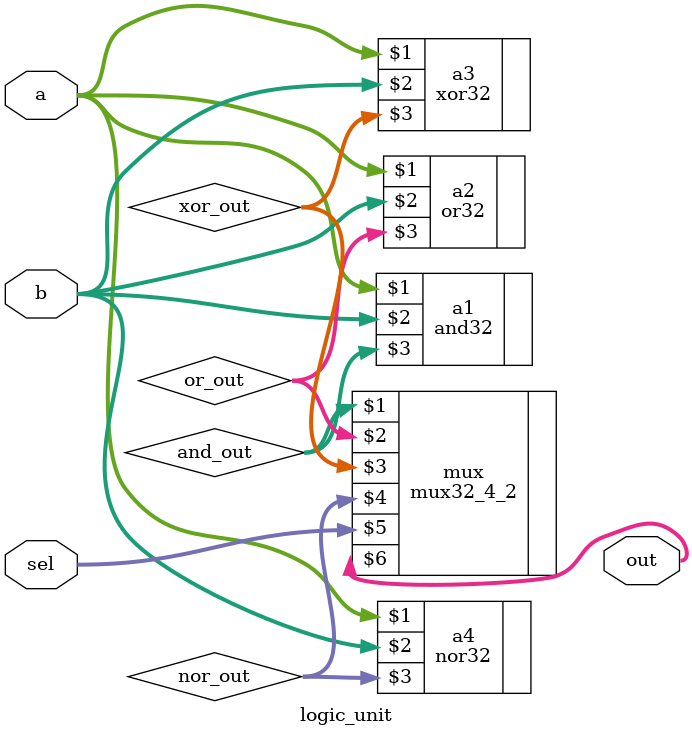
<source format=v>
`include "and32.v"
`include "or32.v"
`include "nor32.v"
`include "xor32.v"

module logic_unit(
    input [31:0] a,
    input [31:0] b,
    input [1:0] sel,
    output [31:0] out
);
wire [31:0] and_out, or_out, xor_out, nor_out;

and32 a1(a, b, and_out);
or32 a2(a, b, or_out);
xor32 a3(a, b, xor_out);
nor32 a4(a, b, nor_out);

mux32_4_2 mux(and_out, or_out, xor_out, nor_out, sel, out);

endmodule
</source>
